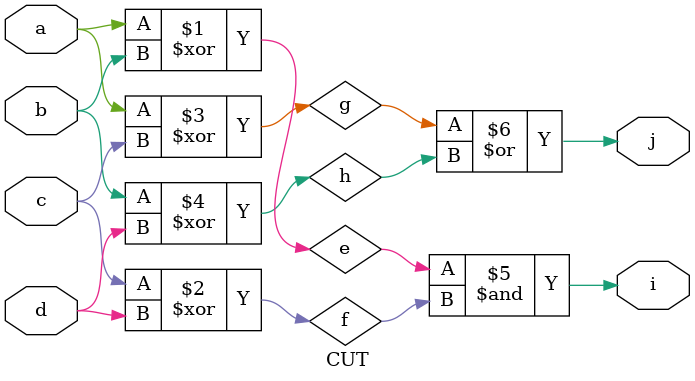
<source format=v>
module CUT(a,b,c,d,i,j);

input a,b,c,d;
output i,j;

wire e,f,g,h;

assign e = a ^ b;
assign f = c ^ d;
assign g = a ^ c;
assign h = b ^ d;
assign i = e & f;
assign j = g | h;

endmodule
</source>
